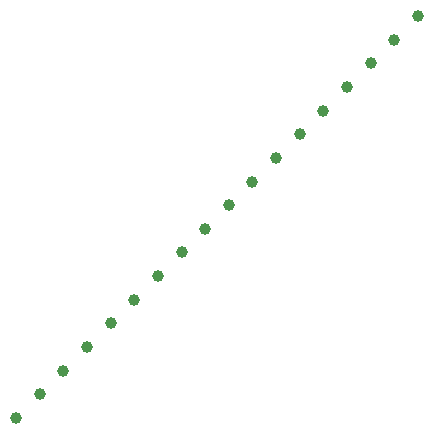
<source format=gbr>
G04 Examples for testing time performance of Gerber parsers*
%FSLAX26Y26*%
%MOMM*%
%ADD10C,1*%
%LPD*%
D10*
X0Y0D03*
X2000000Y2000000D03*
X4000000Y4000000D03*
X6000000Y6000000D03*
X8000000Y8000000D03*
X10000000Y10000000D03*
X12000000Y12000000D03*
X14000000Y14000000D03*
X16000000Y16000000D03*
X18000000Y18000000D03*
X20000000Y20000000D03*
X22000000Y22000000D03*
X24000000Y24000000D03*
X26000000Y26000000D03*
X28000000Y28000000D03*
X30000000Y30000000D03*
X32000000Y32000000D03*
X34000000Y34000000D03*
M02*

</source>
